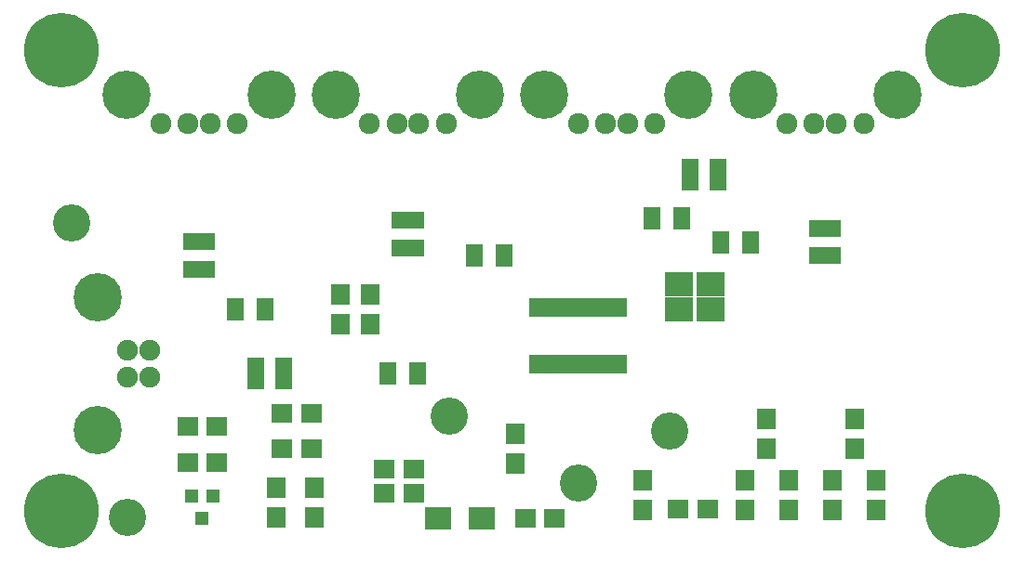
<source format=gbr>
%TF.GenerationSoftware,KiCad,Pcbnew,(2017-10-23 revision a562525)-master*%
%TF.CreationDate,2017-11-11T10:42:01+01:00*%
%TF.ProjectId,USB-Hub V2.0,5553422D4875622056322E302E6B6963,a*%
%TF.SameCoordinates,Original*%
%TF.FileFunction,Soldermask,Top*%
%TF.FilePolarity,Negative*%
%FSLAX46Y46*%
G04 Gerber Fmt 4.6, Leading zero omitted, Abs format (unit mm)*
G04 Created by KiCad (PCBNEW (2017-10-23 revision a562525)-master) date Saturday, 11. November 2017 'u42' 10:42:01*
%MOMM*%
%LPD*%
G01*
G04 APERTURE LIST*
%ADD10R,0.760000X1.670000*%
%ADD11C,1.900000*%
%ADD12C,4.400000*%
%ADD13C,1.924000*%
%ADD14R,1.900000X1.700000*%
%ADD15R,1.700000X1.900000*%
%ADD16R,2.400000X2.100000*%
%ADD17R,1.500000X1.000000*%
%ADD18C,6.800000*%
%ADD19R,1.200000X1.300000*%
%ADD20C,3.400000*%
%ADD21R,1.000000X1.500000*%
%ADD22R,2.500000X2.200000*%
G04 APERTURE END LIST*
D10*
%TO.C,IC1*%
X140127500Y-92410000D03*
X139492500Y-92410000D03*
X138857500Y-92410000D03*
X138222500Y-92410000D03*
X137587500Y-92410000D03*
X136952500Y-92410000D03*
X136317500Y-92410000D03*
X135682500Y-92410000D03*
X135047500Y-92410000D03*
X134412500Y-92410000D03*
X133777500Y-92410000D03*
X133142500Y-92410000D03*
X132507500Y-92410000D03*
X131872500Y-92410000D03*
X131872500Y-97590000D03*
X132507500Y-97590000D03*
X133142500Y-97590000D03*
X133777500Y-97590000D03*
X134412500Y-97590000D03*
X135047500Y-97590000D03*
X135682500Y-97590000D03*
X136317500Y-97590000D03*
X136952500Y-97590000D03*
X137587500Y-97590000D03*
X138222500Y-97590000D03*
X138857500Y-97590000D03*
X139492500Y-97590000D03*
X140127500Y-97590000D03*
%TD*%
D11*
%TO.C,J1*%
X96975500Y-98786000D03*
X96975500Y-96286000D03*
X94975500Y-98806000D03*
X94975500Y-96286000D03*
D12*
X92265500Y-103556000D03*
X92265500Y-91516000D03*
%TD*%
%TO.C,J6*%
X165070000Y-73000000D03*
X151930000Y-73000000D03*
D13*
X162000000Y-75700000D03*
X159500000Y-75700000D03*
X157500000Y-75700000D03*
X155000000Y-75700000D03*
%TD*%
D12*
%TO.C,J7*%
X146070000Y-73000000D03*
X132930000Y-73000000D03*
D13*
X143000000Y-75700000D03*
X140500000Y-75700000D03*
X138500000Y-75700000D03*
X136000000Y-75700000D03*
%TD*%
D12*
%TO.C,J8*%
X127070000Y-73000000D03*
X113930000Y-73000000D03*
D13*
X124000000Y-75700000D03*
X121500000Y-75700000D03*
X119500000Y-75700000D03*
X117000000Y-75700000D03*
%TD*%
D12*
%TO.C,J9*%
X108070000Y-73000000D03*
X94930000Y-73000000D03*
D13*
X105000000Y-75700000D03*
X102500000Y-75700000D03*
X100500000Y-75700000D03*
X98000000Y-75700000D03*
%TD*%
D14*
%TO.C,C1*%
X103140500Y-106553000D03*
X100440500Y-106553000D03*
%TD*%
D15*
%TO.C,C2*%
X108521500Y-111586000D03*
X108521500Y-108886000D03*
%TD*%
D14*
%TO.C,C3*%
X109013000Y-105283000D03*
X111713000Y-105283000D03*
%TD*%
%TO.C,C4*%
X118334800Y-109321600D03*
X121034800Y-109321600D03*
%TD*%
%TO.C,C5*%
X118334800Y-107137200D03*
X121034800Y-107137200D03*
%TD*%
D16*
%TO.C,F1*%
X127222000Y-111633000D03*
X123222000Y-111633000D03*
%TD*%
D17*
%TO.C,FL1*%
X118665000Y-98925000D03*
X121365000Y-98925000D03*
X121365000Y-97925000D03*
X118665000Y-97925000D03*
%TD*%
%TO.C,FL2*%
X149018000Y-86961600D03*
X151718000Y-86961600D03*
X151718000Y-85961600D03*
X149018000Y-85961600D03*
%TD*%
%TO.C,FL3*%
X142769600Y-83828000D03*
X145469600Y-83828000D03*
X145469600Y-84828000D03*
X142769600Y-84828000D03*
%TD*%
%TO.C,FL4*%
X129264400Y-87180800D03*
X126564400Y-87180800D03*
X126564400Y-88180800D03*
X129264400Y-88180800D03*
%TD*%
%TO.C,FL5*%
X107522000Y-93057600D03*
X104822000Y-93057600D03*
X104822000Y-92057600D03*
X107522000Y-92057600D03*
%TD*%
D18*
%TO.C,J2*%
X171000000Y-69000000D03*
%TD*%
%TO.C,J3*%
X89000000Y-69000000D03*
%TD*%
%TO.C,J4*%
X171000000Y-111000000D03*
%TD*%
%TO.C,J5*%
X89000000Y-111000000D03*
%TD*%
D19*
%TO.C,Q1*%
X101790500Y-111617000D03*
X100840500Y-109617000D03*
X102740500Y-109617000D03*
%TD*%
D15*
%TO.C,R1*%
X161156000Y-102582000D03*
X161156000Y-105282000D03*
%TD*%
%TO.C,R2*%
X153156000Y-105282000D03*
X153156000Y-102582000D03*
%TD*%
D14*
%TO.C,R3*%
X147831800Y-110769400D03*
X145131800Y-110769400D03*
%TD*%
%TO.C,R4*%
X103140500Y-103251000D03*
X100440500Y-103251000D03*
%TD*%
D15*
%TO.C,R5*%
X112014000Y-108886000D03*
X112014000Y-111586000D03*
%TD*%
D14*
%TO.C,R6*%
X131174500Y-111633000D03*
X133874500Y-111633000D03*
%TD*%
%TO.C,R7*%
X109013000Y-102044500D03*
X111713000Y-102044500D03*
%TD*%
D15*
%TO.C,R8*%
X130302000Y-103933000D03*
X130302000Y-106633000D03*
%TD*%
%TO.C,R9*%
X114350800Y-91207600D03*
X114350800Y-93907600D03*
%TD*%
%TO.C,R10*%
X117043200Y-93907600D03*
X117043200Y-91207600D03*
%TD*%
D20*
%TO.C,TP1*%
X94996000Y-111569500D03*
%TD*%
%TO.C,TP2*%
X136042400Y-108458000D03*
%TD*%
%TO.C,TP3*%
X89865200Y-84683600D03*
%TD*%
%TO.C,TP4*%
X144373600Y-103682800D03*
%TD*%
%TO.C,TP5*%
X124269500Y-102362000D03*
%TD*%
D17*
%TO.C,U1*%
X109200000Y-97475000D03*
X109200000Y-98425000D03*
X109200000Y-99375000D03*
X106700000Y-99375000D03*
X106700000Y-98425000D03*
X106700000Y-97475000D03*
%TD*%
D21*
%TO.C,U2*%
X157546000Y-87711600D03*
X158496000Y-87711600D03*
X159446000Y-87711600D03*
X159446000Y-85211600D03*
X158496000Y-85211600D03*
X157546000Y-85211600D03*
%TD*%
D17*
%TO.C,U3*%
X148722400Y-81264800D03*
X148722400Y-80314800D03*
X148722400Y-79364800D03*
X146222400Y-79364800D03*
X146222400Y-80314800D03*
X146222400Y-81264800D03*
%TD*%
D21*
%TO.C,U4*%
X119547600Y-84500400D03*
X120497600Y-84500400D03*
X121447600Y-84500400D03*
X121447600Y-87000400D03*
X120497600Y-87000400D03*
X119547600Y-87000400D03*
%TD*%
%TO.C,U5*%
X100548400Y-88930800D03*
X101498400Y-88930800D03*
X102448400Y-88930800D03*
X102448400Y-86430800D03*
X101498400Y-86430800D03*
X100548400Y-86430800D03*
%TD*%
D22*
%TO.C,Y1*%
X148071500Y-92590000D03*
X145171500Y-92590000D03*
X145171500Y-90290000D03*
X148071500Y-90290000D03*
%TD*%
D15*
%TO.C,D1*%
X141902000Y-110845500D03*
X141902000Y-108145500D03*
%TD*%
%TO.C,D2*%
X159156000Y-110845500D03*
X159156000Y-108145500D03*
%TD*%
%TO.C,D3*%
X163156000Y-110845500D03*
X163156000Y-108145500D03*
%TD*%
%TO.C,D4*%
X155156000Y-110874500D03*
X155156000Y-108174500D03*
%TD*%
%TO.C,D5*%
X151156000Y-110845500D03*
X151156000Y-108145500D03*
%TD*%
M02*

</source>
